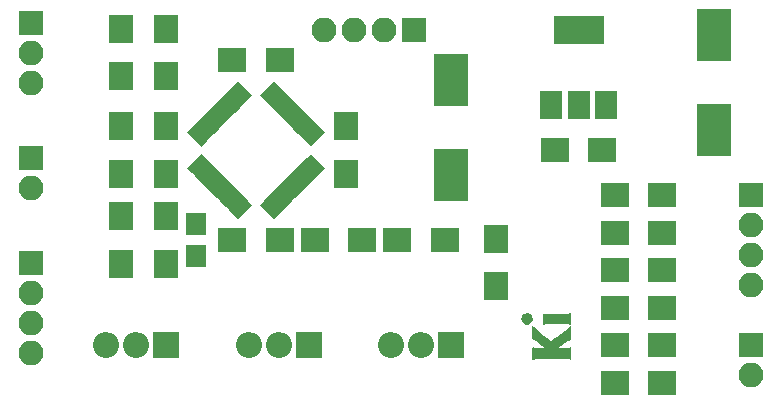
<source format=gbr>
%TF.GenerationSoftware,KiCad,Pcbnew,4.0.7-e2-6376~58~ubuntu17.04.1*%
%TF.CreationDate,2017-10-02T14:32:41+02:00*%
%TF.ProjectId,motion_led_pcb,6D6F74696F6E5F6C65645F7063622E6B,rev?*%
%TF.FileFunction,Soldermask,Top*%
%FSLAX46Y46*%
G04 Gerber Fmt 4.6, Leading zero omitted, Abs format (unit mm)*
G04 Created by KiCad (PCBNEW 4.0.7-e2-6376~58~ubuntu17.04.1) date Mon Oct  2 14:32:41 2017*
%MOMM*%
%LPD*%
G01*
G04 APERTURE LIST*
%ADD10C,0.100000*%
%ADD11C,0.010000*%
%ADD12R,2.000000X2.400000*%
%ADD13R,2.400000X2.000000*%
%ADD14R,2.900000X4.400000*%
%ADD15R,2.100000X2.400000*%
%ADD16R,2.100000X2.100000*%
%ADD17O,2.100000X2.100000*%
%ADD18R,1.700000X1.900000*%
%ADD19R,2.200000X2.200000*%
%ADD20O,2.200000X2.200000*%
%ADD21R,2.400000X2.100000*%
%ADD22R,4.200000X2.400000*%
%ADD23R,1.900000X2.400000*%
G04 APERTURE END LIST*
D10*
D11*
G36*
X46253400Y6138747D02*
X46253400Y6684059D01*
X46454787Y6485279D01*
X46817691Y6155571D01*
X47091815Y5941151D01*
X47195400Y5862703D01*
X47315529Y5768144D01*
X47439202Y5668050D01*
X47553419Y5572998D01*
X47645181Y5493566D01*
X47672760Y5468468D01*
X47760212Y5387036D01*
X47851356Y5456994D01*
X48040604Y5592436D01*
X48180050Y5679978D01*
X48262286Y5734848D01*
X48341612Y5796124D01*
X48347607Y5801273D01*
X48430581Y5870222D01*
X48533137Y5950747D01*
X48643288Y6033942D01*
X48749047Y6110902D01*
X48838425Y6172719D01*
X48895547Y6208376D01*
X48948596Y6243457D01*
X49027062Y6301986D01*
X49118252Y6373820D01*
X49209472Y6448815D01*
X49288032Y6516828D01*
X49327020Y6553200D01*
X49353081Y6577089D01*
X49400406Y6619363D01*
X49409570Y6627477D01*
X49479200Y6689055D01*
X49479200Y5562600D01*
X49400923Y5562600D01*
X49324395Y5545837D01*
X49219149Y5498607D01*
X49093239Y5425493D01*
X48954716Y5331081D01*
X48840533Y5243542D01*
X48748313Y5172268D01*
X48657269Y5106947D01*
X48584535Y5059777D01*
X48573833Y5053671D01*
X48507434Y5013629D01*
X48459284Y4978342D01*
X48450500Y4969699D01*
X48411816Y4935138D01*
X48355250Y4894915D01*
X48307093Y4857226D01*
X48285487Y4826715D01*
X48285400Y4825414D01*
X48310091Y4816538D01*
X48381381Y4809418D01*
X48495092Y4804264D01*
X48647044Y4801283D01*
X48781961Y4800600D01*
X48961263Y4801284D01*
X49097270Y4803695D01*
X49197475Y4808375D01*
X49269369Y4815863D01*
X49320443Y4826698D01*
X49358188Y4841421D01*
X49359811Y4842244D01*
X49419491Y4877717D01*
X49457618Y4909223D01*
X49459761Y4912094D01*
X49465323Y4896597D01*
X49470262Y4837247D01*
X49474312Y4740986D01*
X49477207Y4614759D01*
X49478682Y4465511D01*
X49478811Y4413794D01*
X49479200Y3887289D01*
X49409350Y3916968D01*
X49350758Y3945141D01*
X49315370Y3967224D01*
X49286142Y3971057D01*
X49210781Y3974657D01*
X49093951Y3977959D01*
X48940317Y3980896D01*
X48754546Y3983399D01*
X48541302Y3985404D01*
X48305251Y3986842D01*
X48051059Y3987647D01*
X47879290Y3987799D01*
X47575311Y3987741D01*
X47317912Y3987470D01*
X47102874Y3986846D01*
X46925978Y3985726D01*
X46783004Y3983969D01*
X46669733Y3981433D01*
X46581945Y3977976D01*
X46515421Y3973457D01*
X46465941Y3967733D01*
X46429286Y3960662D01*
X46401237Y3952104D01*
X46377574Y3941916D01*
X46367699Y3936999D01*
X46305869Y3906244D01*
X46266660Y3888190D01*
X46260729Y3886199D01*
X46258507Y3910335D01*
X46256556Y3977688D01*
X46254984Y4080672D01*
X46253901Y4211706D01*
X46253415Y4363205D01*
X46253400Y4396917D01*
X46253664Y4570060D01*
X46254831Y4698629D01*
X46257464Y4788846D01*
X46262123Y4846937D01*
X46269372Y4879124D01*
X46279772Y4891632D01*
X46293885Y4890686D01*
X46297850Y4889164D01*
X46386673Y4855805D01*
X46475181Y4831739D01*
X46574141Y4815580D01*
X46694321Y4805942D01*
X46846488Y4801440D01*
X46986088Y4800600D01*
X47405904Y4800599D01*
X47332900Y4876799D01*
X47282557Y4924413D01*
X47245278Y4950994D01*
X47238483Y4953000D01*
X47212550Y4968137D01*
X47159128Y5007628D01*
X47089145Y5062588D01*
X47013529Y5124132D01*
X46943209Y5183377D01*
X46889114Y5231439D01*
X46863000Y5258239D01*
X46835734Y5280561D01*
X46779630Y5318936D01*
X46736000Y5346802D01*
X46648298Y5405005D01*
X46561698Y5467951D01*
X46533362Y5490299D01*
X46466736Y5535013D01*
X46405643Y5560408D01*
X46389390Y5562600D01*
X46345677Y5563122D01*
X46312502Y5568791D01*
X46288412Y5585762D01*
X46271955Y5620189D01*
X46261677Y5678226D01*
X46256127Y5766028D01*
X46253851Y5889750D01*
X46253396Y6055545D01*
X46253400Y6138747D01*
X46253400Y6138747D01*
G37*
X46253400Y6138747D02*
X46253400Y6684059D01*
X46454787Y6485279D01*
X46817691Y6155571D01*
X47091815Y5941151D01*
X47195400Y5862703D01*
X47315529Y5768144D01*
X47439202Y5668050D01*
X47553419Y5572998D01*
X47645181Y5493566D01*
X47672760Y5468468D01*
X47760212Y5387036D01*
X47851356Y5456994D01*
X48040604Y5592436D01*
X48180050Y5679978D01*
X48262286Y5734848D01*
X48341612Y5796124D01*
X48347607Y5801273D01*
X48430581Y5870222D01*
X48533137Y5950747D01*
X48643288Y6033942D01*
X48749047Y6110902D01*
X48838425Y6172719D01*
X48895547Y6208376D01*
X48948596Y6243457D01*
X49027062Y6301986D01*
X49118252Y6373820D01*
X49209472Y6448815D01*
X49288032Y6516828D01*
X49327020Y6553200D01*
X49353081Y6577089D01*
X49400406Y6619363D01*
X49409570Y6627477D01*
X49479200Y6689055D01*
X49479200Y5562600D01*
X49400923Y5562600D01*
X49324395Y5545837D01*
X49219149Y5498607D01*
X49093239Y5425493D01*
X48954716Y5331081D01*
X48840533Y5243542D01*
X48748313Y5172268D01*
X48657269Y5106947D01*
X48584535Y5059777D01*
X48573833Y5053671D01*
X48507434Y5013629D01*
X48459284Y4978342D01*
X48450500Y4969699D01*
X48411816Y4935138D01*
X48355250Y4894915D01*
X48307093Y4857226D01*
X48285487Y4826715D01*
X48285400Y4825414D01*
X48310091Y4816538D01*
X48381381Y4809418D01*
X48495092Y4804264D01*
X48647044Y4801283D01*
X48781961Y4800600D01*
X48961263Y4801284D01*
X49097270Y4803695D01*
X49197475Y4808375D01*
X49269369Y4815863D01*
X49320443Y4826698D01*
X49358188Y4841421D01*
X49359811Y4842244D01*
X49419491Y4877717D01*
X49457618Y4909223D01*
X49459761Y4912094D01*
X49465323Y4896597D01*
X49470262Y4837247D01*
X49474312Y4740986D01*
X49477207Y4614759D01*
X49478682Y4465511D01*
X49478811Y4413794D01*
X49479200Y3887289D01*
X49409350Y3916968D01*
X49350758Y3945141D01*
X49315370Y3967224D01*
X49286142Y3971057D01*
X49210781Y3974657D01*
X49093951Y3977959D01*
X48940317Y3980896D01*
X48754546Y3983399D01*
X48541302Y3985404D01*
X48305251Y3986842D01*
X48051059Y3987647D01*
X47879290Y3987799D01*
X47575311Y3987741D01*
X47317912Y3987470D01*
X47102874Y3986846D01*
X46925978Y3985726D01*
X46783004Y3983969D01*
X46669733Y3981433D01*
X46581945Y3977976D01*
X46515421Y3973457D01*
X46465941Y3967733D01*
X46429286Y3960662D01*
X46401237Y3952104D01*
X46377574Y3941916D01*
X46367699Y3936999D01*
X46305869Y3906244D01*
X46266660Y3888190D01*
X46260729Y3886199D01*
X46258507Y3910335D01*
X46256556Y3977688D01*
X46254984Y4080672D01*
X46253901Y4211706D01*
X46253415Y4363205D01*
X46253400Y4396917D01*
X46253664Y4570060D01*
X46254831Y4698629D01*
X46257464Y4788846D01*
X46262123Y4846937D01*
X46269372Y4879124D01*
X46279772Y4891632D01*
X46293885Y4890686D01*
X46297850Y4889164D01*
X46386673Y4855805D01*
X46475181Y4831739D01*
X46574141Y4815580D01*
X46694321Y4805942D01*
X46846488Y4801440D01*
X46986088Y4800600D01*
X47405904Y4800599D01*
X47332900Y4876799D01*
X47282557Y4924413D01*
X47245278Y4950994D01*
X47238483Y4953000D01*
X47212550Y4968137D01*
X47159128Y5007628D01*
X47089145Y5062588D01*
X47013529Y5124132D01*
X46943209Y5183377D01*
X46889114Y5231439D01*
X46863000Y5258239D01*
X46835734Y5280561D01*
X46779630Y5318936D01*
X46736000Y5346802D01*
X46648298Y5405005D01*
X46561698Y5467951D01*
X46533362Y5490299D01*
X46466736Y5535013D01*
X46405643Y5560408D01*
X46389390Y5562600D01*
X46345677Y5563122D01*
X46312502Y5568791D01*
X46288412Y5585762D01*
X46271955Y5620189D01*
X46261677Y5678226D01*
X46256127Y5766028D01*
X46253851Y5889750D01*
X46253396Y6055545D01*
X46253400Y6138747D01*
G36*
X48217045Y7721600D02*
X48488528Y7721821D01*
X48713618Y7722583D01*
X48896721Y7724026D01*
X49042240Y7726294D01*
X49154583Y7729531D01*
X49238155Y7733878D01*
X49297359Y7739480D01*
X49336603Y7746478D01*
X49360292Y7755016D01*
X49366395Y7758892D01*
X49403943Y7785178D01*
X49432085Y7795891D01*
X49452174Y7785710D01*
X49465563Y7749312D01*
X49473605Y7681376D01*
X49477653Y7576578D01*
X49479060Y7429598D01*
X49479200Y7315200D01*
X49478515Y7164918D01*
X49476608Y7033727D01*
X49473702Y6929427D01*
X49470017Y6859819D01*
X49465776Y6832705D01*
X49465488Y6832600D01*
X49436454Y6843155D01*
X49379509Y6869726D01*
X49352200Y6883400D01*
X49324760Y6896266D01*
X49294394Y6906759D01*
X49255920Y6915120D01*
X49204155Y6921591D01*
X49133918Y6926411D01*
X49040027Y6929822D01*
X48917301Y6932065D01*
X48760559Y6933381D01*
X48564617Y6934010D01*
X48324296Y6934195D01*
X48259750Y6934200D01*
X48002269Y6933947D01*
X47790749Y6933071D01*
X47620351Y6931396D01*
X47486238Y6928748D01*
X47383571Y6924950D01*
X47307513Y6919827D01*
X47253226Y6913203D01*
X47215872Y6904903D01*
X47191938Y6895447D01*
X47117000Y6856695D01*
X47117000Y7721600D01*
X48217045Y7721600D01*
X48217045Y7721600D01*
G37*
X48217045Y7721600D02*
X48488528Y7721821D01*
X48713618Y7722583D01*
X48896721Y7724026D01*
X49042240Y7726294D01*
X49154583Y7729531D01*
X49238155Y7733878D01*
X49297359Y7739480D01*
X49336603Y7746478D01*
X49360292Y7755016D01*
X49366395Y7758892D01*
X49403943Y7785178D01*
X49432085Y7795891D01*
X49452174Y7785710D01*
X49465563Y7749312D01*
X49473605Y7681376D01*
X49477653Y7576578D01*
X49479060Y7429598D01*
X49479200Y7315200D01*
X49478515Y7164918D01*
X49476608Y7033727D01*
X49473702Y6929427D01*
X49470017Y6859819D01*
X49465776Y6832705D01*
X49465488Y6832600D01*
X49436454Y6843155D01*
X49379509Y6869726D01*
X49352200Y6883400D01*
X49324760Y6896266D01*
X49294394Y6906759D01*
X49255920Y6915120D01*
X49204155Y6921591D01*
X49133918Y6926411D01*
X49040027Y6929822D01*
X48917301Y6932065D01*
X48760559Y6933381D01*
X48564617Y6934010D01*
X48324296Y6934195D01*
X48259750Y6934200D01*
X48002269Y6933947D01*
X47790749Y6933071D01*
X47620351Y6931396D01*
X47486238Y6928748D01*
X47383571Y6924950D01*
X47307513Y6919827D01*
X47253226Y6913203D01*
X47215872Y6904903D01*
X47191938Y6895447D01*
X47117000Y6856695D01*
X47117000Y7721600D01*
X48217045Y7721600D01*
G36*
X45350960Y7480941D02*
X45417395Y7598545D01*
X45520045Y7692023D01*
X45606124Y7735812D01*
X45744614Y7766422D01*
X45882591Y7757321D01*
X46004084Y7709973D01*
X46022850Y7697588D01*
X46110408Y7607149D01*
X46170553Y7488271D01*
X46200418Y7355333D01*
X46197134Y7222713D01*
X46157832Y7104790D01*
X46145244Y7084006D01*
X46066394Y7001737D01*
X45957770Y6933914D01*
X45840295Y6891747D01*
X45770799Y6883400D01*
X45661575Y6902674D01*
X45547110Y6953190D01*
X45448158Y7023982D01*
X45399295Y7079642D01*
X45338876Y7211861D01*
X45323776Y7348837D01*
X45350960Y7480941D01*
X45350960Y7480941D01*
G37*
X45350960Y7480941D02*
X45417395Y7598545D01*
X45520045Y7692023D01*
X45606124Y7735812D01*
X45744614Y7766422D01*
X45882591Y7757321D01*
X46004084Y7709973D01*
X46022850Y7697588D01*
X46110408Y7607149D01*
X46170553Y7488271D01*
X46200418Y7355333D01*
X46197134Y7222713D01*
X46157832Y7104790D01*
X46145244Y7084006D01*
X46066394Y7001737D01*
X45957770Y6933914D01*
X45840295Y6891747D01*
X45770799Y6883400D01*
X45661575Y6902674D01*
X45547110Y6953190D01*
X45448158Y7023982D01*
X45399295Y7079642D01*
X45338876Y7211861D01*
X45323776Y7348837D01*
X45350960Y7480941D01*
D12*
X15240000Y23590000D03*
X15240000Y19590000D03*
D13*
X24860000Y29210000D03*
X20860000Y29210000D03*
D12*
X30480000Y19590000D03*
X30480000Y23590000D03*
X15240000Y11970000D03*
X15240000Y15970000D03*
D13*
X20860000Y13970000D03*
X24860000Y13970000D03*
D14*
X61595000Y23305000D03*
X61595000Y31305000D03*
D13*
X52165000Y21590000D03*
X48165000Y21590000D03*
D14*
X39370000Y19495000D03*
X39370000Y27495000D03*
D13*
X57245000Y1905000D03*
X53245000Y1905000D03*
X57245000Y17780000D03*
X53245000Y17780000D03*
X57245000Y8255000D03*
X53245000Y8255000D03*
D15*
X43180000Y10065000D03*
X43180000Y14065000D03*
D16*
X3810000Y12065000D03*
D17*
X3810000Y9525000D03*
X3810000Y6985000D03*
X3810000Y4445000D03*
D16*
X36195000Y31750000D03*
D17*
X33655000Y31750000D03*
X31115000Y31750000D03*
X28575000Y31750000D03*
D16*
X3810000Y32385000D03*
D17*
X3810000Y29845000D03*
X3810000Y27305000D03*
D16*
X64770000Y17780000D03*
D17*
X64770000Y15240000D03*
X64770000Y12700000D03*
X64770000Y10160000D03*
D18*
X17780000Y15320000D03*
X17780000Y12620000D03*
D19*
X39370000Y5080000D03*
D20*
X36830000Y5080000D03*
X34290000Y5080000D03*
D19*
X27305000Y5080000D03*
D20*
X24765000Y5080000D03*
X22225000Y5080000D03*
D19*
X15240000Y5080000D03*
D20*
X12700000Y5080000D03*
X10160000Y5080000D03*
D15*
X11430000Y19590000D03*
X11430000Y23590000D03*
X15240000Y27845000D03*
X15240000Y31845000D03*
D16*
X3810000Y20955000D03*
D17*
X3810000Y18415000D03*
D15*
X11430000Y15970000D03*
X11430000Y11970000D03*
D21*
X57245000Y14605000D03*
X53245000Y14605000D03*
X57245000Y11430000D03*
X53245000Y11430000D03*
X34830000Y13970000D03*
X38830000Y13970000D03*
X53245000Y5080000D03*
X57245000Y5080000D03*
D10*
G36*
X17468311Y19627779D02*
X17008692Y20087398D01*
X18210773Y21289479D01*
X18670392Y20829860D01*
X17468311Y19627779D01*
X17468311Y19627779D01*
G37*
G36*
X17821864Y19274226D02*
X17362245Y19733845D01*
X18564326Y20935926D01*
X19023945Y20476307D01*
X17821864Y19274226D01*
X17821864Y19274226D01*
G37*
G36*
X18175418Y18920672D02*
X17715799Y19380291D01*
X18917880Y20582372D01*
X19377499Y20122753D01*
X18175418Y18920672D01*
X18175418Y18920672D01*
G37*
G36*
X18528971Y18567119D02*
X18069352Y19026738D01*
X19271433Y20228819D01*
X19731052Y19769200D01*
X18528971Y18567119D01*
X18528971Y18567119D01*
G37*
G36*
X18882524Y18213566D02*
X18422905Y18673185D01*
X19624986Y19875266D01*
X20084605Y19415647D01*
X18882524Y18213566D01*
X18882524Y18213566D01*
G37*
G36*
X19236078Y17860012D02*
X18776459Y18319631D01*
X19978540Y19521712D01*
X20438159Y19062093D01*
X19236078Y17860012D01*
X19236078Y17860012D01*
G37*
G36*
X19589631Y17506459D02*
X19130012Y17966078D01*
X20332093Y19168159D01*
X20791712Y18708540D01*
X19589631Y17506459D01*
X19589631Y17506459D01*
G37*
G36*
X19943185Y17152905D02*
X19483566Y17612524D01*
X20685647Y18814605D01*
X21145266Y18354986D01*
X19943185Y17152905D01*
X19943185Y17152905D01*
G37*
G36*
X20296738Y16799352D02*
X19837119Y17258971D01*
X21039200Y18461052D01*
X21498819Y18001433D01*
X20296738Y16799352D01*
X20296738Y16799352D01*
G37*
G36*
X20650291Y16445799D02*
X20190672Y16905418D01*
X21392753Y18107499D01*
X21852372Y17647880D01*
X20650291Y16445799D01*
X20650291Y16445799D01*
G37*
G36*
X21003845Y16092245D02*
X20544226Y16551864D01*
X21746307Y17753945D01*
X22205926Y17294326D01*
X21003845Y16092245D01*
X21003845Y16092245D01*
G37*
G36*
X21357398Y15738692D02*
X20897779Y16198311D01*
X22099860Y17400392D01*
X22559479Y16940773D01*
X21357398Y15738692D01*
X21357398Y15738692D01*
G37*
G36*
X24822221Y16198311D02*
X24362602Y15738692D01*
X23160521Y16940773D01*
X23620140Y17400392D01*
X24822221Y16198311D01*
X24822221Y16198311D01*
G37*
G36*
X25175774Y16551864D02*
X24716155Y16092245D01*
X23514074Y17294326D01*
X23973693Y17753945D01*
X25175774Y16551864D01*
X25175774Y16551864D01*
G37*
G36*
X25529328Y16905418D02*
X25069709Y16445799D01*
X23867628Y17647880D01*
X24327247Y18107499D01*
X25529328Y16905418D01*
X25529328Y16905418D01*
G37*
G36*
X25882881Y17258971D02*
X25423262Y16799352D01*
X24221181Y18001433D01*
X24680800Y18461052D01*
X25882881Y17258971D01*
X25882881Y17258971D01*
G37*
G36*
X26236434Y17612524D02*
X25776815Y17152905D01*
X24574734Y18354986D01*
X25034353Y18814605D01*
X26236434Y17612524D01*
X26236434Y17612524D01*
G37*
G36*
X26589988Y17966078D02*
X26130369Y17506459D01*
X24928288Y18708540D01*
X25387907Y19168159D01*
X26589988Y17966078D01*
X26589988Y17966078D01*
G37*
G36*
X26943541Y18319631D02*
X26483922Y17860012D01*
X25281841Y19062093D01*
X25741460Y19521712D01*
X26943541Y18319631D01*
X26943541Y18319631D01*
G37*
G36*
X27297095Y18673185D02*
X26837476Y18213566D01*
X25635395Y19415647D01*
X26095014Y19875266D01*
X27297095Y18673185D01*
X27297095Y18673185D01*
G37*
G36*
X27650648Y19026738D02*
X27191029Y18567119D01*
X25988948Y19769200D01*
X26448567Y20228819D01*
X27650648Y19026738D01*
X27650648Y19026738D01*
G37*
G36*
X28004201Y19380291D02*
X27544582Y18920672D01*
X26342501Y20122753D01*
X26802120Y20582372D01*
X28004201Y19380291D01*
X28004201Y19380291D01*
G37*
G36*
X28357755Y19733845D02*
X27898136Y19274226D01*
X26696055Y20476307D01*
X27155674Y20935926D01*
X28357755Y19733845D01*
X28357755Y19733845D01*
G37*
G36*
X28711308Y20087398D02*
X28251689Y19627779D01*
X27049608Y20829860D01*
X27509227Y21289479D01*
X28711308Y20087398D01*
X28711308Y20087398D01*
G37*
G36*
X27509227Y21890521D02*
X27049608Y22350140D01*
X28251689Y23552221D01*
X28711308Y23092602D01*
X27509227Y21890521D01*
X27509227Y21890521D01*
G37*
G36*
X27155674Y22244074D02*
X26696055Y22703693D01*
X27898136Y23905774D01*
X28357755Y23446155D01*
X27155674Y22244074D01*
X27155674Y22244074D01*
G37*
G36*
X26802120Y22597628D02*
X26342501Y23057247D01*
X27544582Y24259328D01*
X28004201Y23799709D01*
X26802120Y22597628D01*
X26802120Y22597628D01*
G37*
G36*
X26448567Y22951181D02*
X25988948Y23410800D01*
X27191029Y24612881D01*
X27650648Y24153262D01*
X26448567Y22951181D01*
X26448567Y22951181D01*
G37*
G36*
X26095014Y23304734D02*
X25635395Y23764353D01*
X26837476Y24966434D01*
X27297095Y24506815D01*
X26095014Y23304734D01*
X26095014Y23304734D01*
G37*
G36*
X25741460Y23658288D02*
X25281841Y24117907D01*
X26483922Y25319988D01*
X26943541Y24860369D01*
X25741460Y23658288D01*
X25741460Y23658288D01*
G37*
G36*
X25387907Y24011841D02*
X24928288Y24471460D01*
X26130369Y25673541D01*
X26589988Y25213922D01*
X25387907Y24011841D01*
X25387907Y24011841D01*
G37*
G36*
X25034353Y24365395D02*
X24574734Y24825014D01*
X25776815Y26027095D01*
X26236434Y25567476D01*
X25034353Y24365395D01*
X25034353Y24365395D01*
G37*
G36*
X24680800Y24718948D02*
X24221181Y25178567D01*
X25423262Y26380648D01*
X25882881Y25921029D01*
X24680800Y24718948D01*
X24680800Y24718948D01*
G37*
G36*
X24327247Y25072501D02*
X23867628Y25532120D01*
X25069709Y26734201D01*
X25529328Y26274582D01*
X24327247Y25072501D01*
X24327247Y25072501D01*
G37*
G36*
X23973693Y25426055D02*
X23514074Y25885674D01*
X24716155Y27087755D01*
X25175774Y26628136D01*
X23973693Y25426055D01*
X23973693Y25426055D01*
G37*
G36*
X23620140Y25779608D02*
X23160521Y26239227D01*
X24362602Y27441308D01*
X24822221Y26981689D01*
X23620140Y25779608D01*
X23620140Y25779608D01*
G37*
G36*
X22559479Y26239227D02*
X22099860Y25779608D01*
X20897779Y26981689D01*
X21357398Y27441308D01*
X22559479Y26239227D01*
X22559479Y26239227D01*
G37*
G36*
X22205926Y25885674D02*
X21746307Y25426055D01*
X20544226Y26628136D01*
X21003845Y27087755D01*
X22205926Y25885674D01*
X22205926Y25885674D01*
G37*
G36*
X21852372Y25532120D02*
X21392753Y25072501D01*
X20190672Y26274582D01*
X20650291Y26734201D01*
X21852372Y25532120D01*
X21852372Y25532120D01*
G37*
G36*
X21498819Y25178567D02*
X21039200Y24718948D01*
X19837119Y25921029D01*
X20296738Y26380648D01*
X21498819Y25178567D01*
X21498819Y25178567D01*
G37*
G36*
X21145266Y24825014D02*
X20685647Y24365395D01*
X19483566Y25567476D01*
X19943185Y26027095D01*
X21145266Y24825014D01*
X21145266Y24825014D01*
G37*
G36*
X20791712Y24471460D02*
X20332093Y24011841D01*
X19130012Y25213922D01*
X19589631Y25673541D01*
X20791712Y24471460D01*
X20791712Y24471460D01*
G37*
G36*
X20438159Y24117907D02*
X19978540Y23658288D01*
X18776459Y24860369D01*
X19236078Y25319988D01*
X20438159Y24117907D01*
X20438159Y24117907D01*
G37*
G36*
X20084605Y23764353D02*
X19624986Y23304734D01*
X18422905Y24506815D01*
X18882524Y24966434D01*
X20084605Y23764353D01*
X20084605Y23764353D01*
G37*
G36*
X19731052Y23410800D02*
X19271433Y22951181D01*
X18069352Y24153262D01*
X18528971Y24612881D01*
X19731052Y23410800D01*
X19731052Y23410800D01*
G37*
G36*
X19377499Y23057247D02*
X18917880Y22597628D01*
X17715799Y23799709D01*
X18175418Y24259328D01*
X19377499Y23057247D01*
X19377499Y23057247D01*
G37*
G36*
X19023945Y22703693D02*
X18564326Y22244074D01*
X17362245Y23446155D01*
X17821864Y23905774D01*
X19023945Y22703693D01*
X19023945Y22703693D01*
G37*
G36*
X18670392Y22350140D02*
X18210773Y21890521D01*
X17008692Y23092602D01*
X17468311Y23552221D01*
X18670392Y22350140D01*
X18670392Y22350140D01*
G37*
D22*
X50165000Y31725000D03*
D23*
X50165000Y25425000D03*
X52465000Y25425000D03*
X47865000Y25425000D03*
D16*
X64770000Y5080000D03*
D17*
X64770000Y2540000D03*
D12*
X11430000Y27845000D03*
X11430000Y31845000D03*
D13*
X27845000Y13970000D03*
X31845000Y13970000D03*
M02*

</source>
